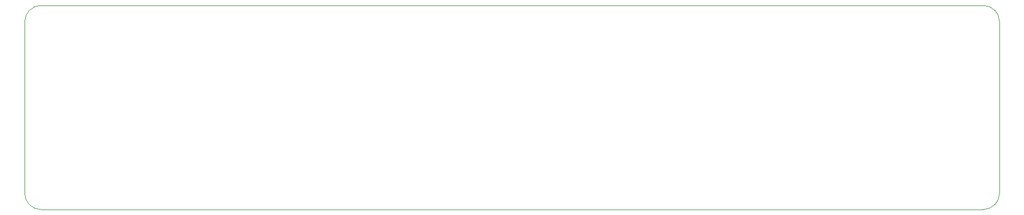
<source format=gm1>
G04 #@! TF.GenerationSoftware,KiCad,Pcbnew,7.0.7*
G04 #@! TF.CreationDate,2023-09-28T15:47:22-05:00*
G04 #@! TF.ProjectId,iowa-rover-kiosk-programmer,696f7761-2d72-46f7-9665-722d6b696f73,rev?*
G04 #@! TF.SameCoordinates,Original*
G04 #@! TF.FileFunction,Profile,NP*
%FSLAX46Y46*%
G04 Gerber Fmt 4.6, Leading zero omitted, Abs format (unit mm)*
G04 Created by KiCad (PCBNEW 7.0.7) date 2023-09-28 15:47:22*
%MOMM*%
%LPD*%
G01*
G04 APERTURE LIST*
G04 #@! TA.AperFunction,Profile*
%ADD10C,0.100000*%
G04 #@! TD*
G04 APERTURE END LIST*
D10*
X67310000Y-67310000D02*
X67310000Y-93980000D01*
X215900000Y-96520000D02*
G75*
G03*
X218440000Y-93980000I0J2540000D01*
G01*
X218440000Y-93980000D02*
X218440000Y-67310000D01*
X215900000Y-64770000D02*
X69850000Y-64770000D01*
X69850000Y-64770000D02*
G75*
G03*
X67310000Y-67310000I0J-2540000D01*
G01*
X218440000Y-67310000D02*
G75*
G03*
X215900000Y-64770000I-2540000J0D01*
G01*
X67310000Y-93980000D02*
G75*
G03*
X69850000Y-96520000I2540000J0D01*
G01*
X69850000Y-96520000D02*
X215900000Y-96520000D01*
M02*

</source>
